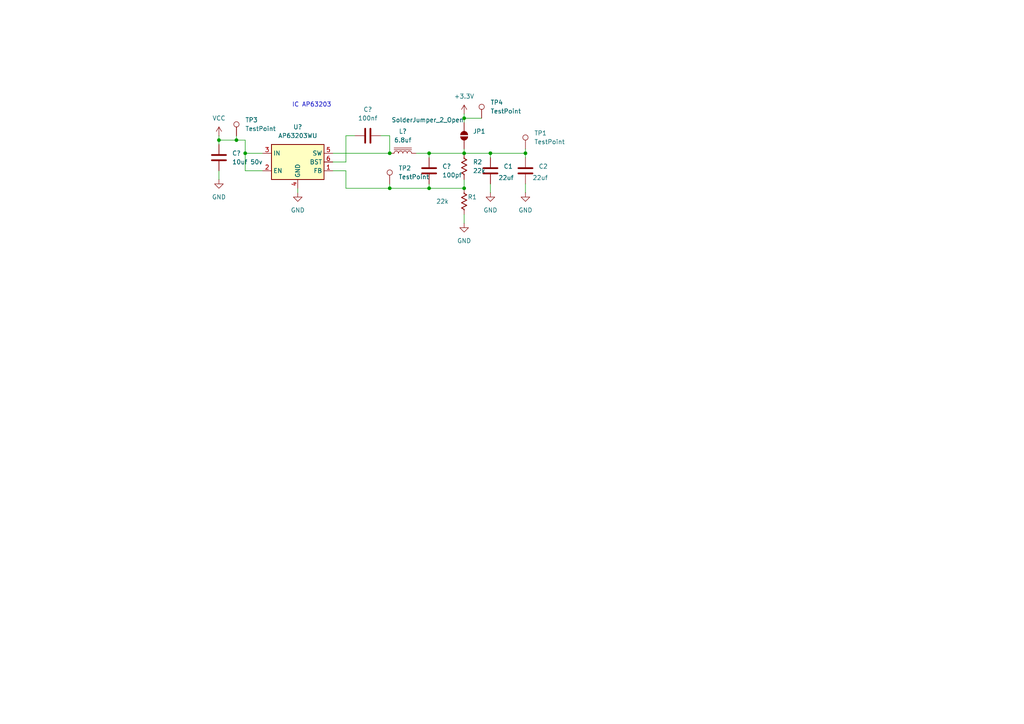
<source format=kicad_sch>
(kicad_sch (version 20250114) (generator "eeschema") (generator_version "9.0")
  (paper "A4")
  (lib_symbols
    (symbol "Device:C" (pin_numbers (hide yes)) (pin_names (offset 0.254))
      (property "Reference" "C" (at 0.635 2.54 0))
      (property "Value" "C" (at 0.635 -2.54 0))
      (symbol "C_0_1"
        (polyline (pts (xy -2.032 0.762) (xy 2.032 0.762)) (stroke (width 0.508)))
        (polyline (pts (xy -2.032 -0.762) (xy 2.032 -0.762)) (stroke (width 0.508)))
      )
      (symbol "C_1_1"
        (pin passive line (at 0 3.81 270) (length 2.794) (name "~") (number "1"))
        (pin passive line (at 0 -3.81 90) (length 2.794) (name "~") (number "2"))
      )
    )
    (symbol "Device:L_Iron" (pin_numbers (hide yes)) (pin_names (offset 1.016) (hide yes))
      (property "Reference" "L" (at -1.27 0 90))
      (property "Value" "L_Iron" (at 2.794 0 90))
      (symbol "L_Iron_0_1"
        (arc (start 0 2.54) (mid 0.6323 1.905) (end 0 1.27))
        (arc (start 0 1.27) (mid 0.6323 0.635) (end 0 0))
        (arc (start 0 0) (mid 0.6323 -0.635) (end 0 -1.27))
        (arc (start 0 -1.27) (mid 0.6323 -1.905) (end 0 -2.54))
        (polyline (pts (xy 1.016 2.54) (xy 1.016 -2.54)))
        (polyline (pts (xy 1.524 -2.54) (xy 1.524 2.54)))
      )
      (symbol "L_Iron_1_1"
        (pin passive line (at 0 3.81 270) (length 1.27) (name "1") (number "1"))
        (pin passive line (at 0 -3.81 90) (length 1.27) (name "2") (number "2"))
      )
    )
    (symbol "Jumper:SolderJumper_2_Open" (pin_numbers (hide yes)) (pin_names (offset 0) (hide yes)) (in_bom no)
      (property "Reference" "JP" (at 0 2.032 0))
      (property "Value" "SolderJumper_2_Open" (at 0 -2.54 0))
      (symbol "SolderJumper_2_Open_0_1"
        (polyline (pts (xy -0.254 1.016) (xy -0.254 -1.016)))
        (arc (start -0.254 -1.016) (mid -1.2656 0) (end -0.254 1.016))
        (arc (start -0.254 -1.016) (mid -1.2656 0) (end -0.254 1.016) (fill (type outline)))
        (arc (start 0.254 1.016) (mid 1.2656 0) (end 0.254 -1.016))
        (arc (start 0.254 1.016) (mid 1.2656 0) (end 0.254 -1.016) (fill (type outline)))
        (polyline (pts (xy 0.254 1.016) (xy 0.254 -1.016)))
      )
      (symbol "SolderJumper_2_Open_1_1"
        (pin passive line (at -3.81 0 0) (length 2.54) (name "A") (number "1"))
        (pin passive line (at 3.81 0 180) (length 2.54) (name "B") (number "2"))
      )
    )
    (symbol "PCM_4ms_Connector:TestPoint" (pin_numbers (hide yes)) (pin_names (offset 0.762) (hide yes))
      (property "Reference" "TP" (at 0 6.858 0))
      (property "Value" "TestPoint" (at 0 5.08 0))
      (symbol "TestPoint_0_1"
        (circle (center 0 3.302) (radius 0.762))
      )
      (symbol "TestPoint_1_1"
        (pin passive line (at 0 0 90) (length 2.54) (name "1") (number "1"))
      )
    )
    (symbol "PCM_Resistor_US_AKL:R_0402" (pin_numbers (hide yes)) (pin_names (offset 0))
      (property "Reference" "R" (at 2.54 1.27 0))
      (property "Value" "R_0402" (at 2.54 -1.27 0))
      (symbol "R_0402_0_1"
        (polyline (pts (xy 0 2.286) (xy 0 2.54)) (stroke (width 0.254)))
        (polyline (pts (xy 0 2.286) (xy 0.762 1.905) (xy -0.762 1.143) (xy 0 0.762) (xy 0.762 0.381) (xy 0 0) (xy -0.762 -0.381) (xy 0 -0.762) (xy 0.762 -1.143) (xy 0 -1.524) (xy -0.762 -1.905) (xy 0 -2.286)) (stroke (width 0.254)))
        (polyline (pts (xy 0 -2.286) (xy 0 -2.54)) (stroke (width 0.254)))
      )
      (symbol "R_0402_0_2"
        (polyline (pts (xy -2.54 -2.54) (xy -1.778 -1.778)))
        (polyline (pts (xy -1.778 -1.778) (xy -1.524 -1.524)) (stroke (width 0.254)))
        (polyline (pts (xy -1.524 -1.524) (xy -1.778 -0.762) (xy -1.016 -1.016)) (stroke (width 0.254)))
        (polyline (pts (xy -0.508 -0.508) (xy -0.762 0.254) (xy 0 0)) (stroke (width 0.254)))
        (polyline (pts (xy -0.508 -0.508) (xy -0.254 -1.27) (xy -1.016 -1.016)) (stroke (width 0.254)))
        (polyline (pts (xy 0.508 0.508) (xy 0.254 1.27) (xy 1.016 1.016)) (stroke (width 0.254)))
        (polyline (pts (xy 0.508 0.508) (xy 0.762 -0.254) (xy 0 0)) (stroke (width 0.254)))
        (polyline (pts (xy 1.524 1.524) (xy 1.778 0.762) (xy 1.016 1.016)) (stroke (width 0.254)))
        (polyline (pts (xy 1.778 1.778) (xy 1.524 1.524)) (stroke (width 0.254)))
        (polyline (pts (xy 1.778 1.778) (xy 2.54 2.54)))
      )
      (symbol "R_0402_1_1"
        (pin passive line (at 0 3.81 270) (length 1.27) (name "~") (number "1"))
        (pin passive line (at 0 -3.81 90) (length 1.27) (name "~") (number "2"))
      )
      (symbol "R_0402_1_2"
        (pin passive line (at -2.54 -2.54 0) (length 0) (name "") (number "2"))
        (pin passive line (at 2.54 2.54 180) (length 0) (name "") (number "1"))
      )
    )
    (symbol "Regulator_Switching:AP63203WU"
      (property "Reference" "U" (at -7.62 6.35 0))
      (property "Value" "AP63203WU" (at 2.54 6.35 0))
      (symbol "AP63203WU_0_1"
        (rectangle (start -7.62 5.08) (end 7.62 -5.08) (stroke (width 0.254)) (fill (type background)))
      )
      (symbol "AP63203WU_1_1"
        (pin power_in line (at -10.16 2.54 0) (length 2.54) (name "IN") (number "3"))
        (pin input line (at -10.16 -2.54 0) (length 2.54) (name "EN") (number "2"))
        (pin power_in line (at 0 -7.62 90) (length 2.54) (name "GND") (number "4"))
        (pin output line (at 10.16 2.54 180) (length 2.54) (name "SW") (number "5"))
        (pin passive line (at 10.16 0 180) (length 2.54) (name "BST") (number "6"))
        (pin input line (at 10.16 -2.54 180) (length 2.54) (name "FB") (number "1"))
      )
    )
    (symbol "power:+3.3V" (power) (pin_numbers (hide yes)) (pin_names (offset 0) (hide yes))
      (property "Value" "+3.3V" (at 0 3.556 0))
      (symbol "+3.3V_0_1"
        (polyline (pts (xy -0.762 1.27) (xy 0 2.54)))
        (polyline (pts (xy 0 2.54) (xy 0.762 1.27)))
        (polyline (pts (xy 0 0) (xy 0 2.54)))
      )
      (symbol "+3.3V_1_1"
        (pin power_in line (at 0 0 90) (length 0) (name "~") (number "1"))
      )
    )
    (symbol "power:GND" (power) (pin_numbers (hide yes)) (pin_names (offset 0) (hide yes))
      (property "Value" "GND" (at 0 -3.81 0))
      (symbol "GND_0_1"
        (polyline (pts (xy 0 0) (xy 0 -1.27) (xy 1.27 -1.27) (xy 0 -2.54) (xy -1.27 -1.27) (xy 0 -1.27)))
      )
      (symbol "GND_1_1"
        (pin power_in line (at 0 0 270) (length 0) (name "~") (number "1"))
      )
    )
    (symbol "power:VCC" (power) (pin_numbers (hide yes)) (pin_names (offset 0) (hide yes))
      (property "Value" "VCC" (at 0 3.556 0))
      (symbol "VCC_0_1"
        (polyline (pts (xy -0.762 1.27) (xy 0 2.54)))
        (polyline (pts (xy 0 2.54) (xy 0.762 1.27)))
        (polyline (pts (xy 0 0) (xy 0 2.54)))
      )
      (symbol "VCC_1_1"
        (pin power_in line (at 0 0 90) (length 0) (name "~") (number "1"))
      )
    )
  )
  (text "IC AP63203\n" (at 90.424 30.48 0) (effects (font (size 1.27 1.27))))
  (junction (at 63.5 40.64))
  (junction (at 142.24 44.45))
  (junction (at 71.12 44.45))
  (junction (at 134.62 54.61))
  (junction (at 152.4 44.45))
  (junction (at 124.46 54.61))
  (junction (at 113.03 44.45))
  (junction (at 68.58 40.64))
  (junction (at 134.62 34.29))
  (junction (at 134.62 44.45))
  (junction (at 124.46 44.45))
  (junction (at 113.03 54.61))
  (wire (pts (xy 120.65 44.45) (xy 124.46 44.45)))
  (wire (pts (xy 63.5 39.37) (xy 63.5 40.64)))
  (wire (pts (xy 110.49 39.37) (xy 113.03 39.37)))
  (wire (pts (xy 96.52 49.53) (xy 100.33 49.53)))
  (wire (pts (xy 86.36 54.61) (xy 86.36 55.88)))
  (wire (pts (xy 100.33 46.99) (xy 96.52 46.99)))
  (wire (pts (xy 71.12 40.64) (xy 68.58 40.64)))
  (wire (pts (xy 124.46 54.61) (xy 134.62 54.61)))
  (wire (pts (xy 134.62 44.45) (xy 142.24 44.45)))
  (wire (pts (xy 134.62 43.18) (xy 134.62 44.45)))
  (wire (pts (xy 71.12 44.45) (xy 71.12 40.64)))
  (wire (pts (xy 100.33 49.53) (xy 100.33 54.61)))
  (wire (pts (xy 134.62 33.02) (xy 134.62 34.29)))
  (wire (pts (xy 134.62 34.29) (xy 139.7 34.29)))
  (wire (pts (xy 100.33 54.61) (xy 113.03 54.61)))
  (wire (pts (xy 100.33 39.37) (xy 100.33 46.99)))
  (wire (pts (xy 152.4 45.72) (xy 152.4 44.45)))
  (wire (pts (xy 96.52 44.45) (xy 113.03 44.45)))
  (wire (pts (xy 142.24 44.45) (xy 152.4 44.45)))
  (wire (pts (xy 142.24 53.34) (xy 142.24 55.88)))
  (wire (pts (xy 134.62 52.07) (xy 134.62 54.61)))
  (wire (pts (xy 113.03 39.37) (xy 113.03 44.45)))
  (wire (pts (xy 76.2 49.53) (xy 71.12 49.53)))
  (wire (pts (xy 124.46 54.61) (xy 124.46 53.34)))
  (wire (pts (xy 124.46 44.45) (xy 134.62 44.45)))
  (wire (pts (xy 68.58 40.64) (xy 63.5 40.64)))
  (wire (pts (xy 152.4 53.34) (xy 152.4 55.88)))
  (wire (pts (xy 71.12 49.53) (xy 71.12 44.45)))
  (wire (pts (xy 100.33 39.37) (xy 102.87 39.37)))
  (wire (pts (xy 68.58 39.37) (xy 68.58 40.64)))
  (wire (pts (xy 63.5 49.53) (xy 63.5 52.07)))
  (wire (pts (xy 142.24 45.72) (xy 142.24 44.45)))
  (wire (pts (xy 71.12 44.45) (xy 76.2 44.45)))
  (wire (pts (xy 113.03 54.61) (xy 124.46 54.61)))
  (wire (pts (xy 124.46 44.45) (xy 124.46 45.72)))
  (wire (pts (xy 63.5 40.64) (xy 63.5 41.91)))
  (wire (pts (xy 134.62 62.23) (xy 134.62 64.77)))
  (wire (pts (xy 134.62 34.29) (xy 134.62 35.56)))
  (wire (pts (xy 152.4 43.18) (xy 152.4 44.45)))
  (wire (pts (xy 113.03 53.34) (xy 113.03 54.61)))
  (symbol (lib_id "power:GND") (at 63.5 52.07 0) (unit 1)
    (property "Reference" "#PWR05" (effects (hide yes)))
    (property "Value" "GND" (at 63.5 57.15 0))
    (property "Description" "Power symbol creates a global label with name \"GND\" , ground" (effects (hide yes)))
  )
  (symbol (lib_id "Device:C") (at 63.5 45.72 0) (unit 1)
    (property "Reference" "C?" (at 67.31 44.4499 0) (effects (justify left)))
    (property "Value" "10uf 50v" (at 67.31 46.9899 0) (effects (justify left)))
    (property "Footprint" "Capacitor_SMD:C_1206_3216Metric_Pad1.33x1.80mm_HandSolder" (effects (hide yes)))
    (property "Description" "Unpolarized capacitor" (effects (hide yes)))
  )
  (symbol (lib_id "power:GND") (at 134.62 64.77 0) (unit 1)
    (property "Reference" "#PWR01" (effects (hide yes)))
    (property "Value" "GND" (at 134.62 69.85 0))
    (property "Description" "Power symbol creates a global label with name \"GND\" , ground" (effects (hide yes)))
  )
  (symbol (lib_id "PCM_4ms_Connector:TestPoint") (at 68.58 39.37 0) (unit 1)
    (property "Reference" "TP3" (at 71.12 34.7979 0) (effects (justify left)))
    (property "Value" "TestPoint" (at 71.12 37.3379 0) (effects (justify left)))
    (property "Footprint" "PCM_4ms_TestPoint:TestPoint_WireHole" (effects (hide yes)))
    (property "Description" "test point" (effects (hide yes)))
  )
  (symbol (lib_id "PCM_4ms_Connector:TestPoint") (at 152.4 43.18 0) (unit 1)
    (property "Reference" "TP1" (at 154.94 38.6079 0) (effects (justify left)))
    (property "Value" "TestPoint" (at 154.94 41.1479 0) (effects (justify left)))
    (property "Footprint" "PCM_4ms_TestPoint:TestPoint_WireHole" (effects (hide yes)))
    (property "Description" "test point" (effects (hide yes)))
  )
  (symbol (lib_id "Device:C") (at 152.4 49.53 0) (unit 1)
    (property "Reference" "C2" (at 156.21 48.2599 0) (effects (justify left)))
    (property "Value" "22uf" (at 154.432 51.562 0) (effects (justify left)))
    (property "Footprint" "Capacitor_SMD:C_0603_1608Metric_Pad1.08x0.95mm_HandSolder" (effects (hide yes)))
    (property "Description" "Unpolarized capacitor" (effects (hide yes)))
  )
  (symbol (lib_id "Device:C") (at 124.46 49.53 0) (unit 1)
    (property "Reference" "C?" (at 128.27 48.2599 0) (effects (justify left)))
    (property "Value" "100pf" (at 128.27 50.7999 0) (effects (justify left)))
    (property "Footprint" "Capacitor_SMD:C_0603_1608Metric_Pad1.08x0.95mm_HandSolder" (effects (hide yes)))
    (property "Description" "Unpolarized capacitor" (effects (hide yes)))
  )
  (symbol (lib_id "power:GND") (at 152.4 55.88 0) (unit 1)
    (property "Reference" "#PWR02" (effects (hide yes)))
    (property "Value" "GND" (at 152.4 60.96 0))
    (property "Description" "Power symbol creates a global label with name \"GND\" , ground" (effects (hide yes)))
  )
  (symbol (lib_id "Device:C") (at 142.24 49.53 0) (unit 1)
    (property "Reference" "C1" (at 146.05 48.2599 0) (effects (justify left)))
    (property "Value" "22uf" (at 144.526 51.562 0) (effects (justify left)))
    (property "Footprint" "Capacitor_SMD:C_0603_1608Metric_Pad1.08x0.95mm_HandSolder" (effects (hide yes)))
    (property "Description" "Unpolarized capacitor" (effects (hide yes)))
  )
  (symbol (lib_id "Jumper:SolderJumper_2_Open") (at 134.62 39.37 270) (unit 1) (in_bom no)
    (property "Reference" "JP1" (at 137.16 38.0999 90) (effects (justify left)))
    (property "Value" "SolderJumper_2_Open" (at 113.538 34.798 90) (effects (justify left)))
    (property "Footprint" "Jumper:SolderJumper-2_P1.3mm_Open_RoundedPad1.0x1.5mm" (effects (hide yes)))
    (property "Description" "Solder Jumper, 2-pole, open" (effects (hide yes)))
  )
  (symbol (lib_id "power:GND") (at 86.36 55.88 0) (unit 1)
    (property "Reference" "#PWR04" (effects (hide yes)))
    (property "Value" "GND" (at 86.36 60.96 0))
    (property "Description" "Power symbol creates a global label with name \"GND\" , ground" (effects (hide yes)))
  )
  (symbol (lib_id "PCM_Resistor_US_AKL:R_0402") (at 134.62 48.26 0) (unit 1)
    (property "Reference" "R2" (at 137.16 46.9899 0) (effects (justify left)))
    (property "Value" "22k" (at 137.16 49.5299 0) (effects (justify left)))
    (property "Footprint" "PCM_Resistor_SMD_AKL:R_0402_1005Metric" (effects (hide yes)))
    (property "Description" "SMD 0402 Chip Resistor, US Symbol, Alternate KiCad Library" (effects (hide yes)))
  )
  (symbol (lib_id "Device:L_Iron") (at 116.84 44.45 90) (unit 1)
    (property "Reference" "L?" (at 116.84 38.1 90))
    (property "Value" "6.8uf" (at 116.84 40.64 90))
    (property "Footprint" "Inductor_SMD:L_Chilisin_BMRA00040420" (effects (hide yes)))
    (property "Description" "Inductor with iron core" (effects (hide yes)))
  )
  (symbol (lib_id "power:GND") (at 142.24 55.88 0) (unit 1)
    (property "Reference" "#PWR03" (effects (hide yes)))
    (property "Value" "GND" (at 142.24 60.96 0))
    (property "Description" "Power symbol creates a global label with name \"GND\" , ground" (effects (hide yes)))
  )
  (symbol (lib_id "Device:C") (at 106.68 39.37 90) (unit 1)
    (property "Reference" "C?" (at 106.68 31.75 90))
    (property "Value" "100nf" (at 106.68 34.29 90))
    (property "Footprint" "Capacitor_SMD:C_0603_1608Metric" (effects (hide yes)))
    (property "Description" "Unpolarized capacitor" (effects (hide yes)))
  )
  (symbol (lib_id "power:+3.3V") (at 134.62 33.02 0) (unit 1)
    (property "Reference" "#PWR06" (effects (hide yes)))
    (property "Value" "+3.3V" (at 134.62 27.94 0))
    (property "Description" "Power symbol creates a global label with name \"+3.3V\"" (effects (hide yes)))
  )
  (symbol (lib_id "PCM_4ms_Connector:TestPoint") (at 113.03 53.34 0) (unit 1)
    (property "Reference" "TP2" (at 115.57 48.7679 0) (effects (justify left)))
    (property "Value" "TestPoint" (at 115.57 51.3079 0) (effects (justify left)))
    (property "Footprint" "PCM_4ms_TestPoint:TestPoint_WireHole" (effects (hide yes)))
    (property "Description" "test point" (effects (hide yes)))
  )
  (symbol (lib_id "power:VCC") (at 63.5 39.37 0) (unit 1)
    (property "Reference" "#PWR?" (effects (hide yes)))
    (property "Value" "VCC" (at 63.5 34.29 0))
    (property "Description" "Power symbol creates a global label with name \"VCC\"" (effects (hide yes)))
  )
  (symbol (lib_id "PCM_Resistor_US_AKL:R_0402") (at 134.62 58.42 0) (unit 1)
    (property "Reference" "R1" (at 135.636 57.15 0) (effects (justify left)))
    (property "Value" "22k" (at 126.492 58.42 0) (effects (justify left)))
    (property "Footprint" "PCM_Resistor_SMD_AKL:R_0402_1005Metric" (effects (hide yes)))
    (property "Description" "SMD 0402 Chip Resistor, US Symbol, Alternate KiCad Library" (effects (hide yes)))
  )
  (symbol (lib_id "Regulator_Switching:AP63203WU") (at 86.36 46.99 0) (unit 1)
    (property "Reference" "U?" (at 86.36 36.83 0))
    (property "Value" "AP63203WU" (at 86.36 39.37 0))
    (property "Footprint" "Package_TO_SOT_SMD:TSOT-23-6" (effects (hide yes)))
    (property "Datasheet" "https://www.diodes.com/assets/Datasheets/AP63200-AP63201-AP63203-AP63205.pdf" (effects (hide yes)))
    (property "Description" "2A, 1.1MHz Buck DC/DC Converter, fixed 3.3V output voltage, TSOT-23-6" (effects (hide yes)))
  )
  (symbol (lib_id "PCM_4ms_Connector:TestPoint") (at 139.7 34.29 0) (unit 1)
    (property "Reference" "TP4" (at 142.24 29.7179 0) (effects (justify left)))
    (property "Value" "TestPoint" (at 142.24 32.2579 0) (effects (justify left)))
    (property "Footprint" "PCM_4ms_TestPoint:TestPoint_WireHole" (effects (hide yes)))
    (property "Description" "test point" (effects (hide yes)))
  )
)
</source>
